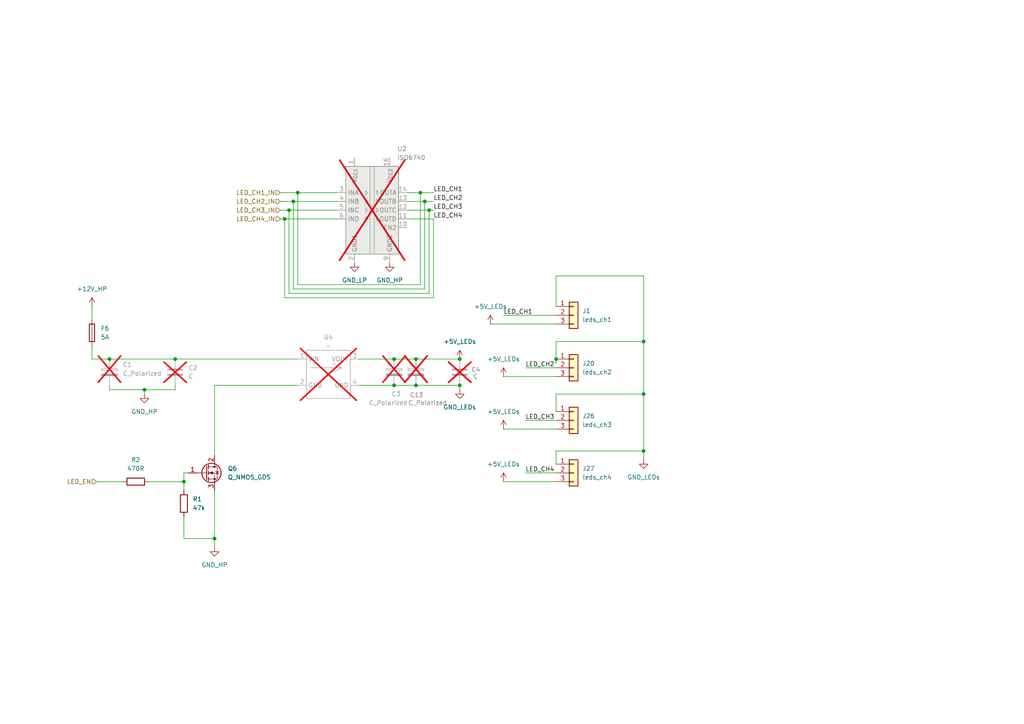
<source format=kicad_sch>
(kicad_sch (version 20231120) (generator "eeschema") (generator_version "8.0")
  (paper "A4")
  (lib_symbols
    (symbol "Connector_Generic:Conn_01x03" (pin_names (offset 1.016) hide)
      (property "Reference" "J" (at 0 5.08 0))
      (property "Value" "Conn_01x03" (at 0 -5.08 0))
      (symbol "Conn_01x03_1_1"
        (rectangle (start -1.27 -2.413) (end 0 -2.667) (stroke (width 0.1524)))
        (rectangle (start -1.27 0.127) (end 0 -0.127) (stroke (width 0.1524)))
        (rectangle (start -1.27 2.667) (end 0 2.413) (stroke (width 0.1524)))
        (rectangle (start -1.27 3.81) (end 1.27 -3.81) (stroke (width 0.254)) (fill (type background)))
        (pin passive line (at -5.08 2.54 0) (length 3.81) (name "Pin_1") (number "1"))
        (pin passive line (at -5.08 0 0) (length 3.81) (name "Pin_2") (number "2"))
        (pin passive line (at -5.08 -2.54 0) (length 3.81) (name "Pin_3") (number "3"))
      )
    )
    (symbol "Device:C" (pin_numbers hide) (pin_names (offset 0.254))
      (property "Reference" "C" (at 0.635 2.54 0))
      (property "Value" "C" (at 0.635 -2.54 0))
      (symbol "C_0_1"
        (polyline (pts (xy -2.032 -0.762) (xy 2.032 -0.762)) (stroke (width 0.508)))
        (polyline (pts (xy -2.032 0.762) (xy 2.032 0.762)) (stroke (width 0.508)))
      )
      (symbol "C_1_1"
        (pin passive line (at 0 3.81 270) (length 2.794) (name "~") (number "1"))
        (pin passive line (at 0 -3.81 90) (length 2.794) (name "~") (number "2"))
      )
    )
    (symbol "Device:C_Polarized" (pin_numbers hide) (pin_names (offset 0.254))
      (property "Reference" "C" (at 0.635 2.54 0))
      (property "Value" "C_Polarized" (at 0.635 -2.54 0))
      (symbol "C_Polarized_0_1"
        (rectangle (start -2.286 0.508) (end 2.286 1.016))
        (polyline (pts (xy -1.778 2.286) (xy -0.762 2.286)))
        (polyline (pts (xy -1.27 2.794) (xy -1.27 1.778)))
        (rectangle (start 2.286 -0.508) (end -2.286 -1.016) (fill (type outline)))
      )
      (symbol "C_Polarized_1_1"
        (pin passive line (at 0 3.81 270) (length 2.794) (name "~") (number "1"))
        (pin passive line (at 0 -3.81 90) (length 2.794) (name "~") (number "2"))
      )
    )
    (symbol "Device:Fuse" (pin_numbers hide) (pin_names (offset 0))
      (property "Reference" "F" (at 2.032 0 90))
      (property "Value" "Fuse" (at -1.905 0 90))
      (symbol "Fuse_0_1"
        (rectangle (start -0.762 -2.54) (end 0.762 2.54) (stroke (width 0.254)))
        (polyline (pts (xy 0 2.54) (xy 0 -2.54)))
      )
      (symbol "Fuse_1_1"
        (pin passive line (at 0 3.81 270) (length 1.27) (name "~") (number "1"))
        (pin passive line (at 0 -3.81 90) (length 1.27) (name "~") (number "2"))
      )
    )
    (symbol "Device:Q_NMOS_GDS" (pin_names (offset 0) hide)
      (property "Reference" "Q" (at 5.08 1.27 0))
      (property "Value" "Q_NMOS_GDS" (at 5.08 -1.27 0))
      (symbol "Q_NMOS_GDS_0_1"
        (polyline (pts (xy 0.254 0) (xy -2.54 0)))
        (polyline (pts (xy 0.254 1.905) (xy 0.254 -1.905)) (stroke (width 0.254)))
        (polyline (pts (xy 0.762 -1.27) (xy 0.762 -2.286)) (stroke (width 0.254)))
        (polyline (pts (xy 0.762 0.508) (xy 0.762 -0.508)) (stroke (width 0.254)))
        (polyline (pts (xy 0.762 2.286) (xy 0.762 1.27)) (stroke (width 0.254)))
        (polyline (pts (xy 2.54 2.54) (xy 2.54 1.778)))
        (polyline (pts (xy 2.54 -2.54) (xy 2.54 0) (xy 0.762 0)))
        (polyline (pts (xy 0.762 -1.778) (xy 3.302 -1.778) (xy 3.302 1.778) (xy 0.762 1.778)))
        (polyline (pts (xy 1.016 0) (xy 2.032 0.381) (xy 2.032 -0.381) (xy 1.016 0)) (fill (type outline)))
        (polyline (pts (xy 2.794 0.508) (xy 2.921 0.381) (xy 3.683 0.381) (xy 3.81 0.254)))
        (polyline (pts (xy 3.302 0.381) (xy 2.921 -0.254) (xy 3.683 -0.254) (xy 3.302 0.381)))
        (circle (center 1.651 0) (radius 2.794) (stroke (width 0.254)))
        (circle (center 2.54 -1.778) (radius 0.254) (fill (type outline)))
        (circle (center 2.54 1.778) (radius 0.254) (fill (type outline)))
      )
      (symbol "Q_NMOS_GDS_1_1"
        (pin input line (at -5.08 0 0) (length 2.54) (name "G") (number "1"))
        (pin passive line (at 2.54 5.08 270) (length 2.54) (name "D") (number "2"))
        (pin passive line (at 2.54 -5.08 90) (length 2.54) (name "S") (number "3"))
      )
    )
    (symbol "Device:R" (pin_numbers hide) (pin_names (offset 0))
      (property "Reference" "R" (at 2.032 0 90))
      (property "Value" "R" (at 0 0 90))
      (symbol "R_0_1"
        (rectangle (start -1.016 -2.54) (end 1.016 2.54) (stroke (width 0.254)))
      )
      (symbol "R_1_1"
        (pin passive line (at 0 3.81 270) (length 1.27) (name "~") (number "1"))
        (pin passive line (at 0 -3.81 90) (length 1.27) (name "~") (number "2"))
      )
    )
    (symbol "HeavyDuty:DC/DC_Buck_Converter"
      (property "Reference" "U" (at 0 0 0))
      (symbol "DC/DC_Buck_Converter_0_1"
        (rectangle (start -6.35 7.62) (end 6.35 -6.35))
        (polyline (pts (xy -5.08 2.54) (xy 3.81 2.54) (xy 1.27 3.81) (xy 3.81 2.54) (xy 1.27 1.27)))
      )
      (symbol "DC/DC_Buck_Converter_1_1"
        (pin power_in line (at -8.89 5.08 0) (length 2.54) (name "VIN") (number "1"))
        (pin power_in line (at -8.89 -2.54 0) (length 2.54) (name "GND") (number "2"))
        (pin power_out line (at 8.89 5.08 180) (length 2.54) (name "VOUT") (number "3"))
        (pin power_out line (at 8.89 -2.54 180) (length 2.54) (name "GND") (number "4"))
      )
    )
    (symbol "Isolator:ISO6740"
      (property "Reference" "U" (at 8.255 14.605 0))
      (property "Value" "ISO6740" (at 8.255 12.065 0))
      (symbol "ISO6740_0_1"
        (rectangle (start -7.62 12.7) (end 7.62 -12.7) (stroke (width 0.254)) (fill (type background)))
        (polyline (pts (xy -0.635 12.7) (xy -0.635 -12.7)))
        (polyline (pts (xy 0.635 12.7) (xy 0.635 -12.7)))
      )
      (symbol "ISO6740_1_1"
        (polyline (pts (xy -1.905 -3.175) (xy -1.27 -2.54) (xy -1.905 -1.905) (xy -1.905 -3.175)))
        (polyline (pts (xy -1.905 -0.635) (xy -1.27 0) (xy -1.905 0.635) (xy -1.905 -0.635)))
        (polyline (pts (xy -1.905 3.175) (xy -1.27 2.54) (xy -1.905 1.905) (xy -1.905 3.175)))
        (polyline (pts (xy -1.905 5.715) (xy -1.27 5.08) (xy -1.905 4.445) (xy -1.905 5.715)))
        (polyline (pts (xy 1.27 -3.175) (xy 1.905 -2.54) (xy 1.27 -1.905) (xy 1.27 -3.175)))
        (polyline (pts (xy 1.27 0.635) (xy 1.905 0) (xy 1.27 -0.635) (xy 1.27 0.635)))
        (polyline (pts (xy 1.27 3.175) (xy 1.905 2.54) (xy 1.27 1.905) (xy 1.27 3.175)))
        (polyline (pts (xy 1.27 5.715) (xy 1.905 5.08) (xy 1.27 4.445) (xy 1.27 5.715)))
        (pin power_in line (at -5.08 15.24 270) (length 2.54) (name "V_{CC1}") (number "1"))
        (pin input line (at 10.16 -5.08 180) (length 2.54) (name "EN2") (number "10"))
        (pin output line (at 10.16 -2.54 180) (length 2.54) (name "OUTD") (number "11"))
        (pin output line (at 10.16 0 180) (length 2.54) (name "OUTC") (number "12"))
        (pin output line (at 10.16 2.54 180) (length 2.54) (name "OUTB") (number "13"))
        (pin output line (at 10.16 5.08 180) (length 2.54) (name "OUTA") (number "14"))
        (pin passive line (at 5.08 -15.24 90) (length 2.54) hide (name "GND2") (number "15"))
        (pin power_in line (at 5.08 15.24 270) (length 2.54) (name "V_{CC2}") (number "16"))
        (pin power_in line (at -5.08 -15.24 90) (length 2.54) (name "GND1") (number "2"))
        (pin input line (at -10.16 5.08 0) (length 2.54) (name "INA") (number "3"))
        (pin input line (at -10.16 2.54 0) (length 2.54) (name "INB") (number "4"))
        (pin input line (at -10.16 0 0) (length 2.54) (name "INC") (number "5"))
        (pin input line (at -10.16 -2.54 0) (length 2.54) (name "IND") (number "6"))
        (pin no_connect line (at -7.62 -5.08 0) (length 2.54) hide (name "NC") (number "7"))
        (pin passive line (at -5.08 -15.24 90) (length 2.54) hide (name "GND1") (number "8"))
        (pin power_in line (at 5.08 -15.24 90) (length 2.54) (name "GND2") (number "9"))
      )
    )
    (symbol "power:+12V" (power) (pin_numbers hide) (pin_names (offset 0) hide)
      (property "Value" "+12V" (at 0 3.556 0))
      (symbol "+12V_0_1"
        (polyline (pts (xy -0.762 1.27) (xy 0 2.54)))
        (polyline (pts (xy 0 0) (xy 0 2.54)))
        (polyline (pts (xy 0 2.54) (xy 0.762 1.27)))
      )
      (symbol "+12V_1_1"
        (pin power_in line (at 0 0 90) (length 0) (name "~") (number "1"))
      )
    )
    (symbol "power:+5V" (power) (pin_numbers hide) (pin_names (offset 0) hide)
      (property "Value" "+5V" (at 0 3.556 0))
      (symbol "+5V_0_1"
        (polyline (pts (xy -0.762 1.27) (xy 0 2.54)))
        (polyline (pts (xy 0 0) (xy 0 2.54)))
        (polyline (pts (xy 0 2.54) (xy 0.762 1.27)))
      )
      (symbol "+5V_1_1"
        (pin power_in line (at 0 0 90) (length 0) (name "~") (number "1"))
      )
    )
    (symbol "power:GND" (power) (pin_numbers hide) (pin_names (offset 0) hide)
      (property "Value" "GND" (at 0 -3.81 0))
      (symbol "GND_0_1"
        (polyline (pts (xy 0 0) (xy 0 -1.27) (xy 1.27 -1.27) (xy 0 -2.54) (xy -1.27 -1.27) (xy 0 -1.27)))
      )
      (symbol "GND_1_1"
        (pin power_in line (at 0 0 270) (length 0) (name "~") (number "1"))
      )
    )
    (symbol "power:GND1" (power) (pin_numbers hide) (pin_names (offset 0) hide)
      (property "Value" "GND1" (at 0 -3.81 0))
      (symbol "GND1_0_1"
        (polyline (pts (xy 0 0) (xy 0 -1.27) (xy 1.27 -1.27) (xy 0 -2.54) (xy -1.27 -1.27) (xy 0 -1.27)))
      )
      (symbol "GND1_1_1"
        (pin power_in line (at 0 0 270) (length 0) (name "~") (number "1"))
      )
    )
    (symbol "power:GND2" (power) (pin_numbers hide) (pin_names (offset 0) hide)
      (property "Value" "GND2" (at 0 -3.81 0))
      (symbol "GND2_0_1"
        (polyline (pts (xy 0 0) (xy 0 -1.27) (xy 1.27 -1.27) (xy 0 -2.54) (xy -1.27 -1.27) (xy 0 -1.27)))
      )
      (symbol "GND2_1_1"
        (pin power_in line (at 0 0 270) (length 0) (name "~") (number "1"))
      )
    )
  )
  (junction (at 133.35 111.76))
  (junction (at 82.55 63.5))
  (junction (at 83.82 60.96))
  (junction (at 186.69 114.3))
  (junction (at 86.36 55.88))
  (junction (at 186.69 99.06))
  (junction (at 50.8 104.14))
  (junction (at 120.65 111.76))
  (junction (at 114.3 104.14))
  (junction (at 85.09 58.42))
  (junction (at 124.46 60.96))
  (junction (at 133.35 104.14))
  (junction (at 31.75 104.14))
  (junction (at 41.91 113.03))
  (junction (at 120.65 104.14))
  (junction (at 114.3 111.76))
  (junction (at 161.29 104.14))
  (junction (at 123.19 58.42))
  (junction (at 121.92 55.88))
  (junction (at 62.23 156.21))
  (junction (at 53.34 139.7))
  (junction (at 186.69 130.81))
  (wire (pts (xy 62.23 156.21) (xy 62.23 158.75)))
  (wire (pts (xy 81.28 55.88) (xy 86.36 55.88)))
  (wire (pts (xy 124.46 85.09) (xy 124.46 60.96)))
  (wire (pts (xy 31.75 104.14) (xy 50.8 104.14)))
  (wire (pts (xy 85.09 58.42) (xy 97.79 58.42)))
  (wire (pts (xy 146.05 124.46) (xy 161.29 124.46)))
  (wire (pts (xy 161.29 104.14) (xy 161.29 105.41)))
  (wire (pts (xy 125.73 86.36) (xy 125.73 63.5)))
  (wire (pts (xy 114.3 111.76) (xy 120.65 111.76)))
  (wire (pts (xy 53.34 149.86) (xy 53.34 156.21)))
  (wire (pts (xy 26.67 100.33) (xy 26.67 104.14)))
  (wire (pts (xy 82.55 63.5) (xy 82.55 86.36)))
  (wire (pts (xy 85.09 83.82) (xy 85.09 58.42)))
  (wire (pts (xy 161.29 134.62) (xy 161.29 130.81)))
  (wire (pts (xy 86.36 55.88) (xy 97.79 55.88)))
  (wire (pts (xy 31.75 111.76) (xy 31.75 113.03)))
  (wire (pts (xy 123.19 58.42) (xy 123.19 83.82)))
  (wire (pts (xy 152.4 106.68) (xy 161.29 106.68)))
  (wire (pts (xy 82.55 63.5) (xy 97.79 63.5)))
  (wire (pts (xy 161.29 80.01) (xy 161.29 88.9)))
  (wire (pts (xy 118.11 58.42) (xy 123.19 58.42)))
  (wire (pts (xy 53.34 139.7) (xy 53.34 142.24)))
  (wire (pts (xy 186.69 133.35) (xy 186.69 130.81)))
  (wire (pts (xy 186.69 130.81) (xy 186.69 114.3)))
  (wire (pts (xy 81.28 58.42) (xy 85.09 58.42)))
  (wire (pts (xy 120.65 111.76) (xy 133.35 111.76)))
  (wire (pts (xy 82.55 86.36) (xy 125.73 86.36)))
  (wire (pts (xy 81.28 63.5) (xy 82.55 63.5)))
  (wire (pts (xy 41.91 114.3) (xy 41.91 113.03)))
  (wire (pts (xy 53.34 156.21) (xy 62.23 156.21)))
  (wire (pts (xy 118.11 63.5) (xy 125.73 63.5)))
  (wire (pts (xy 86.36 82.55) (xy 121.92 82.55)))
  (wire (pts (xy 50.8 104.14) (xy 86.36 104.14)))
  (wire (pts (xy 161.29 119.38) (xy 161.29 114.3)))
  (wire (pts (xy 81.28 60.96) (xy 83.82 60.96)))
  (wire (pts (xy 26.67 104.14) (xy 31.75 104.14)))
  (wire (pts (xy 161.29 130.81) (xy 186.69 130.81)))
  (wire (pts (xy 186.69 99.06) (xy 186.69 80.01)))
  (wire (pts (xy 62.23 142.24) (xy 62.23 156.21)))
  (wire (pts (xy 83.82 60.96) (xy 97.79 60.96)))
  (wire (pts (xy 83.82 85.09) (xy 124.46 85.09)))
  (wire (pts (xy 114.3 104.14) (xy 120.65 104.14)))
  (wire (pts (xy 123.19 83.82) (xy 85.09 83.82)))
  (wire (pts (xy 26.67 92.71) (xy 26.67 88.9)))
  (wire (pts (xy 161.29 99.06) (xy 161.29 104.14)))
  (wire (pts (xy 86.36 111.76) (xy 62.23 111.76)))
  (wire (pts (xy 86.36 55.88) (xy 86.36 82.55)))
  (wire (pts (xy 50.8 113.03) (xy 50.8 111.76)))
  (wire (pts (xy 118.11 55.88) (xy 121.92 55.88)))
  (wire (pts (xy 43.18 139.7) (xy 53.34 139.7)))
  (wire (pts (xy 123.19 58.42) (xy 125.73 58.42)))
  (wire (pts (xy 124.46 60.96) (xy 125.73 60.96)))
  (wire (pts (xy 186.69 99.06) (xy 161.29 99.06)))
  (wire (pts (xy 121.92 55.88) (xy 125.73 55.88)))
  (wire (pts (xy 142.24 93.98) (xy 161.29 93.98)))
  (wire (pts (xy 31.75 113.03) (xy 41.91 113.03)))
  (wire (pts (xy 104.14 104.14) (xy 114.3 104.14)))
  (wire (pts (xy 146.05 109.22) (xy 161.29 109.22)))
  (wire (pts (xy 120.65 104.14) (xy 133.35 104.14)))
  (wire (pts (xy 62.23 111.76) (xy 62.23 132.08)))
  (wire (pts (xy 104.14 111.76) (xy 114.3 111.76)))
  (wire (pts (xy 41.91 113.03) (xy 50.8 113.03)))
  (wire (pts (xy 133.35 113.03) (xy 133.35 111.76)))
  (wire (pts (xy 186.69 80.01) (xy 161.29 80.01)))
  (wire (pts (xy 152.4 121.92) (xy 161.29 121.92)))
  (wire (pts (xy 186.69 99.06) (xy 186.69 114.3)))
  (wire (pts (xy 83.82 60.96) (xy 83.82 85.09)))
  (wire (pts (xy 27.94 139.7) (xy 35.56 139.7)))
  (wire (pts (xy 118.11 60.96) (xy 124.46 60.96)))
  (wire (pts (xy 53.34 137.16) (xy 53.34 139.7)))
  (wire (pts (xy 161.29 114.3) (xy 186.69 114.3)))
  (wire (pts (xy 152.4 137.16) (xy 161.29 137.16)))
  (wire (pts (xy 146.05 139.7) (xy 161.29 139.7)))
  (wire (pts (xy 146.05 91.44) (xy 161.29 91.44)))
  (wire (pts (xy 54.61 137.16) (xy 53.34 137.16)))
  (wire (pts (xy 121.92 82.55) (xy 121.92 55.88)))
  (label "LED_CH1" (at 125.73 55.88 0))
  (label "LED_CH4" (at 152.4 137.16 0))
  (label "LED_CH1" (at 146.05 91.44 0))
  (label "LED_CH2" (at 125.73 58.42 0))
  (label "LED_CH3" (at 152.4 121.92 0))
  (label "LED_CH3" (at 125.73 60.96 0))
  (label "LED_CH2" (at 152.4 106.68 0))
  (label "LED_CH4" (at 125.73 63.5 0))
  (hierarchical_label "LED_CH3_IN" (shape input) (at 81.28 60.96 180))
  (hierarchical_label "LED_CH1_IN" (shape input) (at 81.28 55.88 180))
  (hierarchical_label "LED_CH4_IN" (shape input) (at 81.28 63.5 180))
  (hierarchical_label "LED_CH2_IN" (shape input) (at 81.28 58.42 180))
  (hierarchical_label "LED_EN" (shape input) (at 27.94 139.7 180))
  (symbol (lib_id "Device:Q_NMOS_GDS") (at 59.69 137.16 0) (unit 1)
    (property "Reference" "Q6" (at 66.04 135.8899 0) (effects (justify left)))
    (property "Value" "Q_NMOS_GDS" (at 66.04 138.4299 0) (effects (justify left)))
    (property "Footprint" "Package_TO_SOT_SMD:TO-252-2" (effects (hide yes)))
    (property "Datasheet" "https://www.lcsc.com/datasheet/lcsc_datasheet_2410121549_HXY-MOSFET-AO3400-HXY_C4748804.pdf" (effects (hide yes)))
    (property "Description" "NMOS 5A 30V 30mOhm" (effects (hide yes)))
    (property "JLC" "C4748804" (effects (hide yes)))
    (property "Mrf_part" "AO3400-HXY" (effects (hide yes)))
  )
  (symbol (lib_id "power:+5V") (at 133.35 104.14 0) (unit 1)
    (property "Reference" "#PWR01" (effects (hide yes)))
    (property "Value" "+5V_LEDs" (at 133.35 99.06 0))
    (property "Description" "Power symbol creates a global label with name \"+5V\"" (effects (hide yes)))
  )
  (symbol (lib_id "Device:Fuse") (at 26.67 96.52 0) (unit 1)
    (property "Reference" "F6" (at 29.21 95.2499 0) (effects (justify left)))
    (property "Value" "5A" (at 29.21 97.7899 0) (effects (justify left)))
    (property "Footprint" "HeavyDuty:ATO_fuse_holder" (effects (hide yes)))
    (property "Description" "Fuse" (effects (hide yes)))
    (property "LCSC_part" "C2935871" (effects (hide yes)))
  )
  (symbol (lib_id "power:GND1") (at 62.23 158.75 0) (unit 1)
    (property "Reference" "#PWR016" (effects (hide yes)))
    (property "Value" "GND_HP" (at 62.23 163.83 0))
    (property "Description" "Power symbol creates a global label with name \"GND1\" , ground" (effects (hide yes)))
  )
  (symbol (lib_id "power:GND1") (at 41.91 114.3 0) (unit 1)
    (property "Reference" "#PWR022" (effects (hide yes)))
    (property "Value" "GND_HP" (at 41.91 119.38 0))
    (property "Description" "Power symbol creates a global label with name \"GND1\" , ground" (effects (hide yes)))
  )
  (symbol (lib_id "power:GND") (at 186.69 133.35 0) (unit 1)
    (property "Reference" "#PWR081" (effects (hide yes)))
    (property "Value" "GND_LEDs" (at 186.69 138.43 0))
    (property "Description" "Power symbol creates a global label with name \"GND\" , ground" (effects (hide yes)))
  )
  (symbol (lib_id "Device:C_Polarized") (at 31.75 107.95 0) (unit 1) (dnp yes)
    (property "Reference" "C1" (at 35.56 105.7909 0) (effects (justify left)))
    (property "Value" "C_Polarized" (at 35.56 108.3309 0) (effects (justify left)))
    (property "Footprint" "Capacitor_THT:CP_Radial_D5.0mm_P2.50mm" (effects (hide yes)))
    (property "Description" "Polarized capacitor" (effects (hide yes)))
  )
  (symbol (lib_id "Device:C") (at 50.8 107.95 0) (unit 1) (dnp yes)
    (property "Reference" "C2" (at 54.61 106.6799 0) (effects (justify left)))
    (property "Value" "C" (at 54.61 109.2199 0) (effects (justify left)))
    (property "Footprint" "Capacitor_SMD:C_0805_2012Metric" (effects (hide yes)))
    (property "Description" "Unpolarized capacitor" (effects (hide yes)))
  )
  (symbol (lib_id "power:+5V") (at 146.05 109.22 0) (unit 1)
    (property "Reference" "#PWR082" (effects (hide yes)))
    (property "Value" "+5V_LEDs" (at 146.05 104.14 0))
    (property "Description" "Power symbol creates a global label with name \"+5V\"" (effects (hide yes)))
  )
  (symbol (lib_id "power:+5V") (at 142.24 93.98 0) (unit 1)
    (property "Reference" "#PWR080" (effects (hide yes)))
    (property "Value" "+5V_LEDs" (at 142.24 88.9 0))
    (property "Description" "Power symbol creates a global label with name \"+5V\"" (effects (hide yes)))
  )
  (symbol (lib_id "Isolator:ISO6740") (at 107.95 60.96 0) (unit 1) (exclude_from_sim yes) (in_bom no) (on_board no) (dnp yes)
    (property "Reference" "U2" (at 115.2241 43.18 0) (effects (justify left)))
    (property "Value" "ISO6740" (at 115.2241 45.72 0) (effects (justify left)))
    (property "Footprint" "Package_SO:SOIC-16W_7.5x10.3mm_P1.27mm" (effects (hide yes)))
    (property "Datasheet" "https://www.ti.com/lit/ds/symlink/iso6740.pdf" (effects (hide yes)))
    (property "Description" "General-purpose, quad-channel, 4/0 digital isolator" (effects (hide yes)))
  )
  (symbol (lib_id "power:+5V") (at 146.05 139.7 0) (unit 1)
    (property "Reference" "#PWR084" (effects (hide yes)))
    (property "Value" "+5V_LEDs" (at 146.05 134.62 0))
    (property "Description" "Power symbol creates a global label with name \"+5V\"" (effects (hide yes)))
  )
  (symbol (lib_id "power:GND") (at 133.35 113.03 0) (unit 1)
    (property "Reference" "#PWR078" (effects (hide yes)))
    (property "Value" "GND_LEDs" (at 133.35 118.11 0))
    (property "Description" "Power symbol creates a global label with name \"GND\" , ground" (effects (hide yes)))
  )
  (symbol (lib_id "Device:C_Polarized") (at 114.3 107.95 0) (unit 1) (dnp yes)
    (property "Reference" "C3" (at 113.538 114.3 0) (effects (justify left)))
    (property "Value" "C_Polarized" (at 106.934 116.84 0) (effects (justify left)))
    (property "Footprint" "Capacitor_THT:CP_Radial_D5.0mm_P2.50mm" (effects (hide yes)))
    (property "Description" "Polarized capacitor" (effects (hide yes)))
  )
  (symbol (lib_id "Connector_Generic:Conn_01x03") (at 166.37 106.68 0) (unit 1)
    (property "Reference" "J20" (at 168.91 105.4099 0) (effects (justify left)))
    (property "Value" "leds_ch2" (at 168.91 107.9499 0) (effects (justify left)))
    (property "Footprint" "TerminalBlock:TerminalBlock_Xinya_XY308-2.54-3P_1x03_P2.54mm_Horizontal" (effects (hide yes)))
    (property "Description" "Generic connector, single row, 01x03, script generated (kicad-library-utils/schlib/autogen/connector/)" (effects (hide yes)))
  )
  (symbol (lib_id "power:+12V") (at 26.67 88.9 0) (unit 1)
    (property "Reference" "#PWR046" (effects (hide yes)))
    (property "Value" "+12V_HP" (at 26.67 83.82 0))
    (property "Description" "Power symbol creates a global label with name \"+12V\"" (effects (hide yes)))
  )
  (symbol (lib_id "power:GND2") (at 102.87 76.2 0) (unit 1)
    (property "Reference" "#PWR025" (effects (hide yes)))
    (property "Value" "GND_LP" (at 102.87 81.28 0))
    (property "Description" "Power symbol creates a global label with name \"GND2\" , ground" (effects (hide yes)))
  )
  (symbol (lib_id "Device:C") (at 133.35 107.95 0) (unit 1) (dnp yes)
    (property "Reference" "C4" (at 136.652 107.188 0) (effects (justify left)))
    (property "Value" "C" (at 137.16 109.22 0) (effects (justify left)))
    (property "Footprint" "Capacitor_SMD:C_0805_2012Metric" (effects (hide yes)))
    (property "Description" "Unpolarized capacitor" (effects (hide yes)))
  )
  (symbol (lib_id "power:+5V") (at 146.05 124.46 0) (unit 1)
    (property "Reference" "#PWR083" (effects (hide yes)))
    (property "Value" "+5V_LEDs" (at 146.05 119.38 0))
    (property "Description" "Power symbol creates a global label with name \"+5V\"" (effects (hide yes)))
  )
  (symbol (lib_id "Connector_Generic:Conn_01x03") (at 166.37 137.16 0) (unit 1)
    (property "Reference" "J27" (at 168.91 135.8899 0) (effects (justify left)))
    (property "Value" "leds_ch4" (at 168.91 138.4299 0) (effects (justify left)))
    (property "Footprint" "TerminalBlock:TerminalBlock_Xinya_XY308-2.54-3P_1x03_P2.54mm_Horizontal" (effects (hide yes)))
    (property "Description" "Generic connector, single row, 01x03, script generated (kicad-library-utils/schlib/autogen/connector/)" (effects (hide yes)))
  )
  (symbol (lib_id "Connector_Generic:Conn_01x03") (at 166.37 91.44 0) (unit 1)
    (property "Reference" "J1" (at 168.91 90.1699 0) (effects (justify left)))
    (property "Value" "leds_ch1" (at 168.91 92.7099 0) (effects (justify left)))
    (property "Footprint" "TerminalBlock:TerminalBlock_Xinya_XY308-2.54-3P_1x03_P2.54mm_Horizontal" (effects (hide yes)))
    (property "Description" "Generic connector, single row, 01x03, script generated (kicad-library-utils/schlib/autogen/connector/)" (effects (hide yes)))
  )
  (symbol (lib_id "Device:R") (at 53.34 146.05 0) (unit 1)
    (property "Reference" "R1" (at 55.88 144.7799 0) (effects (justify left)))
    (property "Value" "47k" (at 55.88 147.3199 0) (effects (justify left)))
    (property "Footprint" "Resistor_SMD:R_0805_2012Metric" (effects (hide yes)))
    (property "Description" "Resistor" (effects (hide yes)))
  )
  (symbol (lib_id "power:GND1") (at 113.03 76.2 0) (unit 1)
    (property "Reference" "#PWR019" (effects (hide yes)))
    (property "Value" "GND_HP" (at 113.03 81.28 0))
    (property "Description" "Power symbol creates a global label with name \"GND1\" , ground" (effects (hide yes)))
  )
  (symbol (lib_id "Device:R") (at 39.37 139.7 90) (unit 1)
    (property "Reference" "R2" (at 39.37 133.35 90))
    (property "Value" "470R" (at 39.37 135.89 90))
    (property "Footprint" "Resistor_SMD:R_0805_2012Metric" (effects (hide yes)))
    (property "Description" "Resistor" (effects (hide yes)))
  )
  (symbol (lib_id "HeavyDuty:DC/DC_Buck_Converter") (at 95.25 109.22 0) (unit 1) (dnp yes)
    (property "Reference" "U4" (at 95.25 97.79 0))
    (property "Value" "~" (at 95.25 100.33 0))
    (property "Footprint" "HeavyDuty:generic_dcdc" (effects (hide yes)))
  )
  (symbol (lib_id "Connector_Generic:Conn_01x03") (at 166.37 121.92 0) (unit 1)
    (property "Reference" "J26" (at 168.91 120.6499 0) (effects (justify left)))
    (property "Value" "leds_ch3" (at 168.91 123.1899 0) (effects (justify left)))
    (property "Footprint" "TerminalBlock:TerminalBlock_Xinya_XY308-2.54-3P_1x03_P2.54mm_Horizontal" (effects (hide yes)))
    (property "Description" "Generic connector, single row, 01x03, script generated (kicad-library-utils/schlib/autogen/connector/)" (effects (hide yes)))
  )
  (symbol (lib_id "Device:C_Polarized") (at 120.65 107.95 0) (unit 1) (dnp yes)
    (property "Reference" "C13" (at 118.872 114.554 0) (effects (justify left)))
    (property "Value" "C_Polarized" (at 118.364 116.84 0) (effects (justify left)))
    (property "Footprint" "Capacitor_THT:CP_Radial_D5.0mm_P2.50mm" (effects (hide yes)))
    (property "Description" "Polarized capacitor" (effects (hide yes)))
  )
)
</source>
